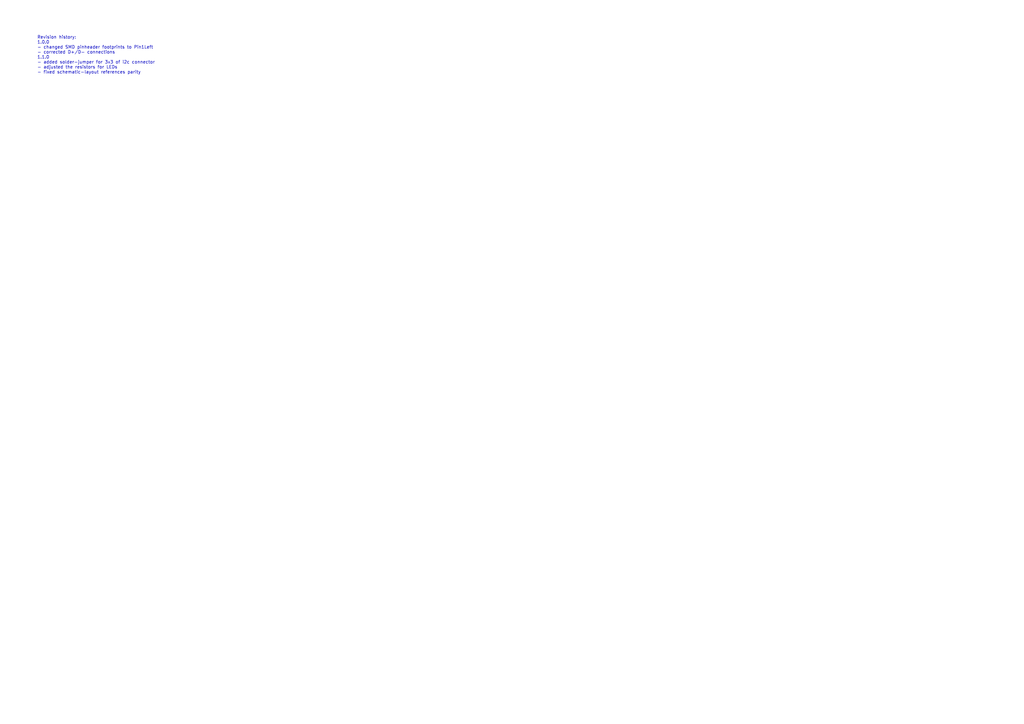
<source format=kicad_sch>
(kicad_sch (version 20230121) (generator eeschema)
  (paper "A3")
  (lib_symbols)
  (text "Revision history:\n1.0.0\n- changed SMD pinheader footprints to Pin1Left\n- corrected D+/D- connections\n1.1.0\n- added solder-jumper for 3v3 of i2c connector\n- adjusted the resistors for LEDs\n- fixed schematic-layout references parity" (at 15.24 30.48 0) (effects (font (size 1.27 1.27)) (justify left bottom)))
)
</source>
